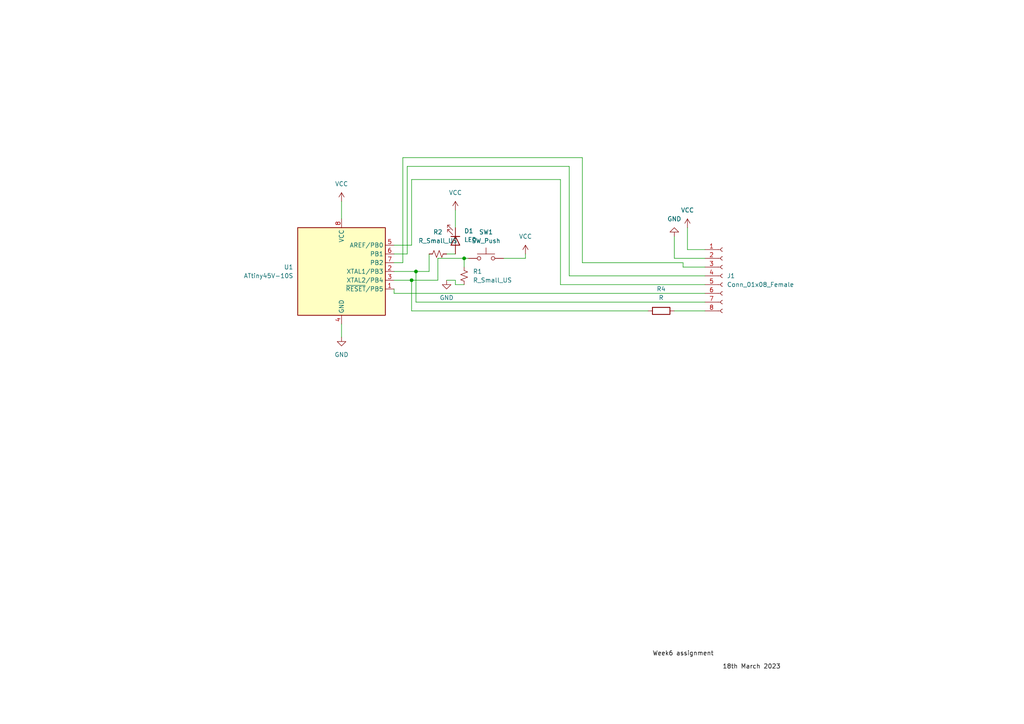
<source format=kicad_sch>
(kicad_sch (version 20211123) (generator eeschema)
  (paper "A4")
  (lib_symbols
    (symbol "Connector:Conn_01x08_Female" (pin_names (offset 1.016) hide)
      (property "Reference" "J" (at 0 10.16 0))
      (property "Value" "Conn_01x08_Female" (at 0 -12.7 0))
      (symbol "Conn_01x08_Female_1_1"
        (arc (start 0 -9.652) (mid -0.508 -10.16) (end 0 -10.668) (stroke (width 0.1524)))
        (arc (start 0 -7.112) (mid -0.508 -7.62) (end 0 -8.128) (stroke (width 0.1524)))
        (arc (start 0 -4.572) (mid -0.508 -5.08) (end 0 -5.588) (stroke (width 0.1524)))
        (arc (start 0 -2.032) (mid -0.508 -2.54) (end 0 -3.048) (stroke (width 0.1524)))
        (polyline (pts (xy -1.27 -10.16) (xy -0.508 -10.16)) (stroke (width 0.1524)))
        (polyline (pts (xy -1.27 -7.62) (xy -0.508 -7.62)) (stroke (width 0.1524)))
        (polyline (pts (xy -1.27 -5.08) (xy -0.508 -5.08)) (stroke (width 0.1524)))
        (polyline (pts (xy -1.27 -2.54) (xy -0.508 -2.54)) (stroke (width 0.1524)))
        (polyline (pts (xy -1.27 0) (xy -0.508 0)) (stroke (width 0.1524)))
        (polyline (pts (xy -1.27 2.54) (xy -0.508 2.54)) (stroke (width 0.1524)))
        (polyline (pts (xy -1.27 5.08) (xy -0.508 5.08)) (stroke (width 0.1524)))
        (polyline (pts (xy -1.27 7.62) (xy -0.508 7.62)) (stroke (width 0.1524)))
        (arc (start 0 0.508) (mid -0.508 0) (end 0 -0.508) (stroke (width 0.1524)))
        (arc (start 0 3.048) (mid -0.508 2.54) (end 0 2.032) (stroke (width 0.1524)))
        (arc (start 0 5.588) (mid -0.508 5.08) (end 0 4.572) (stroke (width 0.1524)))
        (arc (start 0 8.128) (mid -0.508 7.62) (end 0 7.112) (stroke (width 0.1524)))
        (pin passive line (at -5.08 7.62 0) (length 3.81) (name "Pin_1") (number "1"))
        (pin passive line (at -5.08 5.08 0) (length 3.81) (name "Pin_2") (number "2"))
        (pin passive line (at -5.08 2.54 0) (length 3.81) (name "Pin_3") (number "3"))
        (pin passive line (at -5.08 0 0) (length 3.81) (name "Pin_4") (number "4"))
        (pin passive line (at -5.08 -2.54 0) (length 3.81) (name "Pin_5") (number "5"))
        (pin passive line (at -5.08 -5.08 0) (length 3.81) (name "Pin_6") (number "6"))
        (pin passive line (at -5.08 -7.62 0) (length 3.81) (name "Pin_7") (number "7"))
        (pin passive line (at -5.08 -10.16 0) (length 3.81) (name "Pin_8") (number "8"))
      )
    )
    (symbol "Device:LED" (pin_numbers hide) (pin_names (offset 1.016) hide)
      (property "Reference" "D" (at 0 2.54 0))
      (property "Value" "LED" (at 0 -2.54 0))
      (symbol "LED_0_1"
        (polyline (pts (xy -1.27 -1.27) (xy -1.27 1.27)) (stroke (width 0.254)))
        (polyline (pts (xy -1.27 0) (xy 1.27 0)))
        (polyline (pts (xy 1.27 -1.27) (xy 1.27 1.27) (xy -1.27 0) (xy 1.27 -1.27)) (stroke (width 0.254)))
        (polyline (pts (xy -3.048 -0.762) (xy -4.572 -2.286) (xy -3.81 -2.286) (xy -4.572 -2.286) (xy -4.572 -1.524)))
        (polyline (pts (xy -1.778 -0.762) (xy -3.302 -2.286) (xy -2.54 -2.286) (xy -3.302 -2.286) (xy -3.302 -1.524)))
      )
      (symbol "LED_1_1"
        (pin passive line (at -3.81 0 0) (length 2.54) (name "K") (number "1"))
        (pin passive line (at 3.81 0 180) (length 2.54) (name "A") (number "2"))
      )
    )
    (symbol "Device:R" (pin_numbers hide) (pin_names (offset 0))
      (property "Reference" "R" (at 2.032 0 90))
      (property "Value" "R" (at 0 0 90))
      (symbol "R_0_1"
        (rectangle (start -1.016 -2.54) (end 1.016 2.54) (stroke (width 0.254)))
      )
      (symbol "R_1_1"
        (pin passive line (at 0 3.81 270) (length 1.27) (name "~") (number "1"))
        (pin passive line (at 0 -3.81 90) (length 1.27) (name "~") (number "2"))
      )
    )
    (symbol "Device:R_Small_US" (pin_numbers hide) (pin_names (offset 0.254) hide)
      (property "Reference" "R" (at 0.762 0.508 0))
      (property "Value" "R_Small_US" (at 0.762 -1.016 0))
      (symbol "R_Small_US_1_1"
        (polyline (pts (xy 0 0) (xy 1.016 -0.381) (xy 0 -0.762) (xy -1.016 -1.143) (xy 0 -1.524)))
        (polyline (pts (xy 0 1.524) (xy 1.016 1.143) (xy 0 0.762) (xy -1.016 0.381) (xy 0 0)))
        (pin passive line (at 0 2.54 270) (length 1.016) (name "~") (number "1"))
        (pin passive line (at 0 -2.54 90) (length 1.016) (name "~") (number "2"))
      )
    )
    (symbol "MCU_Microchip_ATtiny:ATtiny45V-10S"
      (property "Reference" "U" (at -12.7 13.97 0))
      (property "Value" "ATtiny45V-10S" (at 2.54 -13.97 0))
      (symbol "ATtiny45V-10S_0_1"
        (rectangle (start -12.7 -12.7) (end 12.7 12.7) (stroke (width 0.254)) (fill (type background)))
      )
      (symbol "ATtiny45V-10S_1_1"
        (pin bidirectional line (at 15.24 -5.08 180) (length 2.54) (name "~{RESET}/PB5") (number "1"))
        (pin bidirectional line (at 15.24 0 180) (length 2.54) (name "XTAL1/PB3") (number "2"))
        (pin bidirectional line (at 15.24 -2.54 180) (length 2.54) (name "XTAL2/PB4") (number "3"))
        (pin power_in line (at 0 -15.24 90) (length 2.54) (name "GND") (number "4"))
        (pin bidirectional line (at 15.24 7.62 180) (length 2.54) (name "AREF/PB0") (number "5"))
        (pin bidirectional line (at 15.24 5.08 180) (length 2.54) (name "PB1") (number "6"))
        (pin bidirectional line (at 15.24 2.54 180) (length 2.54) (name "PB2") (number "7"))
        (pin power_in line (at 0 15.24 270) (length 2.54) (name "VCC") (number "8"))
      )
    )
    (symbol "Switch:SW_Push" (pin_numbers hide) (pin_names (offset 1.016) hide)
      (property "Reference" "SW" (at 1.27 2.54 0))
      (property "Value" "SW_Push" (at 0 -1.524 0))
      (symbol "SW_Push_0_1"
        (circle (center -2.032 0) (radius 0.508))
        (polyline (pts (xy 0 1.27) (xy 0 3.048)))
        (polyline (pts (xy 2.54 1.27) (xy -2.54 1.27)))
        (circle (center 2.032 0) (radius 0.508))
        (pin passive line (at -5.08 0 0) (length 2.54) (name "1") (number "1"))
        (pin passive line (at 5.08 0 180) (length 2.54) (name "2") (number "2"))
      )
    )
    (symbol "power:GND" (power) (pin_names (offset 0))
      (property "Value" "GND" (at 0 -3.81 0))
      (symbol "GND_0_1"
        (polyline (pts (xy 0 0) (xy 0 -1.27) (xy 1.27 -1.27) (xy 0 -2.54) (xy -1.27 -1.27) (xy 0 -1.27)))
      )
      (symbol "GND_1_1"
        (pin power_in line (at 0 0 270) (length 0) hide (name "GND") (number "1"))
      )
    )
    (symbol "power:VCC" (power) (pin_names (offset 0))
      (property "Value" "VCC" (at 0 3.81 0))
      (symbol "VCC_0_1"
        (polyline (pts (xy -0.762 1.27) (xy 0 2.54)))
        (polyline (pts (xy 0 0) (xy 0 2.54)))
        (polyline (pts (xy 0 2.54) (xy 0.762 1.27)))
      )
      (symbol "VCC_1_1"
        (pin power_in line (at 0 0 90) (length 0) hide (name "VCC") (number "1"))
      )
    )
  )
  (junction (at 119.38 81.28))
  (junction (at 134.62 74.93))
  (junction (at 120.65 78.74))
  (wire (pts (xy 199.39 72.39) (xy 204.47 72.39)))
  (wire (pts (xy 204.47 90.17) (xy 195.58 90.17)))
  (wire (pts (xy 168.91 45.72) (xy 168.91 76.2)))
  (wire (pts (xy 129.54 81.28) (xy 132.08 81.28)))
  (wire (pts (xy 120.65 87.63) (xy 204.47 87.63)))
  (wire (pts (xy 114.3 85.09) (xy 114.3 83.82)))
  (wire (pts (xy 119.38 52.07) (xy 162.56 52.07)))
  (wire (pts (xy 195.58 68.58) (xy 195.58 74.93)))
  (wire (pts (xy 187.96 90.17) (xy 119.38 90.17)))
  (wire (pts (xy 195.58 74.93) (xy 204.47 74.93)))
  (wire (pts (xy 99.06 93.98) (xy 99.06 97.79)))
  (wire (pts (xy 129.54 73.66) (xy 132.08 73.66)))
  (wire (pts (xy 119.38 81.28) (xy 127 81.28)))
  (wire (pts (xy 168.91 76.2) (xy 198.12 76.2)))
  (wire (pts (xy 119.38 90.17) (xy 119.38 81.28)))
  (wire (pts (xy 99.06 58.42) (xy 99.06 63.5)))
  (wire (pts (xy 118.11 48.26) (xy 118.11 73.66)))
  (wire (pts (xy 124.46 78.74) (xy 124.46 73.66)))
  (wire (pts (xy 152.4 74.93) (xy 152.4 73.66)))
  (wire (pts (xy 162.56 52.07) (xy 162.56 82.55)))
  (wire (pts (xy 127 74.93) (xy 134.62 74.93)))
  (wire (pts (xy 114.3 71.12) (xy 119.38 71.12)))
  (wire (pts (xy 204.47 80.01) (xy 165.1 80.01)))
  (wire (pts (xy 146.05 74.93) (xy 152.4 74.93)))
  (wire (pts (xy 132.08 82.55) (xy 132.08 81.28)))
  (wire (pts (xy 114.3 85.09) (xy 204.47 85.09)))
  (wire (pts (xy 127 81.28) (xy 127 74.93)))
  (wire (pts (xy 198.12 76.2) (xy 198.12 77.47)))
  (wire (pts (xy 165.1 80.01) (xy 165.1 48.26)))
  (wire (pts (xy 114.3 76.2) (xy 116.84 76.2)))
  (wire (pts (xy 134.62 74.93) (xy 134.62 77.47)))
  (wire (pts (xy 118.11 73.66) (xy 114.3 73.66)))
  (wire (pts (xy 120.65 78.74) (xy 124.46 78.74)))
  (wire (pts (xy 119.38 71.12) (xy 119.38 52.07)))
  (wire (pts (xy 120.65 87.63) (xy 120.65 78.74)))
  (wire (pts (xy 114.3 81.28) (xy 119.38 81.28)))
  (wire (pts (xy 116.84 45.72) (xy 168.91 45.72)))
  (wire (pts (xy 162.56 82.55) (xy 204.47 82.55)))
  (wire (pts (xy 116.84 76.2) (xy 116.84 45.72)))
  (wire (pts (xy 134.62 74.93) (xy 135.89 74.93)))
  (wire (pts (xy 198.12 77.47) (xy 204.47 77.47)))
  (wire (pts (xy 134.62 82.55) (xy 132.08 82.55)))
  (wire (pts (xy 165.1 48.26) (xy 118.11 48.26)))
  (wire (pts (xy 132.08 60.96) (xy 132.08 66.04)))
  (wire (pts (xy 114.3 78.74) (xy 120.65 78.74)))
  (wire (pts (xy 199.39 66.04) (xy 199.39 72.39)))
  (label "18th March 2023" (at 209.55 194.31 0))
  (label "Week6 assignment" (at 189.23 190.5 0))
  (symbol (lib_id "Device:R_Small_US") (at 134.62 80.01 0) (unit 1)
    (property "Reference" "R1" (at 137.16 78.7399 0) (effects (justify left)))
    (property "Value" "R_Small_US" (at 137.16 81.2799 0) (effects (justify left)))
    (property "Footprint" "Resistor_SMD:R_1206_3216Metric_Pad1.30x1.75mm_HandSolder" (effects hide))
  )
  (symbol (lib_id "power:VCC") (at 99.06 58.42 0) (unit 1)
    (property "Reference" "#PWR0101" (effects hide))
    (property "Value" "VCC" (at 99.06 53.34 0))
  )
  (symbol (lib_id "MCU_Microchip_ATtiny:ATtiny45V-10S") (at 99.06 78.74 0) (unit 1)
    (property "Reference" "U1" (at 85.09 77.4699 0) (effects (justify right)))
    (property "Value" "ATtiny45V-10S" (at 85.09 80.0099 0) (effects (justify right)))
    (property "Footprint" "Package_SO:SOIC-8W_5.3x5.3mm_P1.27mm" (effects hide))
    (property "Datasheet" "http://ww1.microchip.com/downloads/en/DeviceDoc/atmel-2586-avr-8-bit-microcontroller-attiny25-attiny45-attiny85_datasheet.pdf" (effects hide))
  )
  (symbol (lib_id "Device:R") (at 191.77 90.17 270) (unit 1)
    (property "Reference" "R4" (at 191.77 83.82 90))
    (property "Value" "R" (at 191.77 86.36 90))
    (property "Footprint" "Resistor_SMD:R_1206_3216Metric_Pad1.30x1.75mm_HandSolder" (effects hide))
  )
  (symbol (lib_id "power:GND") (at 129.54 81.28 0) (unit 1)
    (property "Reference" "#PWR0104" (effects hide))
    (property "Value" "GND" (at 129.54 86.36 0))
  )
  (symbol (lib_id "power:GND") (at 195.58 68.58 180) (unit 1)
    (property "Reference" "#PWR0107" (effects hide))
    (property "Value" "GND" (at 195.58 63.5 0))
  )
  (symbol (lib_id "power:GND") (at 99.06 97.79 0) (unit 1)
    (property "Reference" "#PWR0102" (effects hide))
    (property "Value" "GND" (at 99.06 102.87 0))
  )
  (symbol (lib_id "power:VCC") (at 132.08 60.96 0) (unit 1)
    (property "Reference" "#PWR0103" (effects hide))
    (property "Value" "VCC" (at 132.08 55.88 0))
  )
  (symbol (lib_id "Switch:SW_Push") (at 140.97 74.93 0) (unit 1)
    (property "Reference" "SW1" (at 140.97 67.31 0))
    (property "Value" "SW_Push" (at 140.97 69.85 0))
    (property "Footprint" "Button_Switch_SMD:SW_SPST_TL3342" (effects hide))
  )
  (symbol (lib_id "Device:R_Small_US") (at 127 73.66 270) (unit 1)
    (property "Reference" "R2" (at 127 67.31 90))
    (property "Value" "R_Small_US" (at 127 69.85 90))
    (property "Footprint" "Resistor_SMD:R_1206_3216Metric_Pad1.30x1.75mm_HandSolder" (effects hide))
  )
  (symbol (lib_id "Connector:Conn_01x08_Female") (at 209.55 80.01 0) (unit 1)
    (property "Reference" "J1" (at 210.82 80.0099 0) (effects (justify left)))
    (property "Value" "Conn_01x08_Female" (at 210.82 82.5499 0) (effects (justify left)))
    (property "Footprint" "Connector_PinHeader_2.54mm:PinHeader_1x08_P2.54mm_Vertical_SMD_Pin1Left" (effects hide))
  )
  (symbol (lib_id "power:VCC") (at 199.39 66.04 0) (unit 1)
    (property "Reference" "#PWR0106" (effects hide))
    (property "Value" "VCC" (at 199.39 60.96 0))
  )
  (symbol (lib_id "Device:LED") (at 132.08 69.85 270) (unit 1)
    (property "Reference" "D1" (at 134.62 66.9924 90) (effects (justify left)))
    (property "Value" "LED" (at 134.62 69.5324 90) (effects (justify left)))
    (property "Footprint" "LED_SMD:LED_1206_3216Metric" (effects hide))
  )
  (symbol (lib_id "power:VCC") (at 152.4 73.66 0) (unit 1)
    (property "Reference" "#PWR0105" (effects hide))
    (property "Value" "VCC" (at 152.4 68.58 0))
  )
)
</source>
